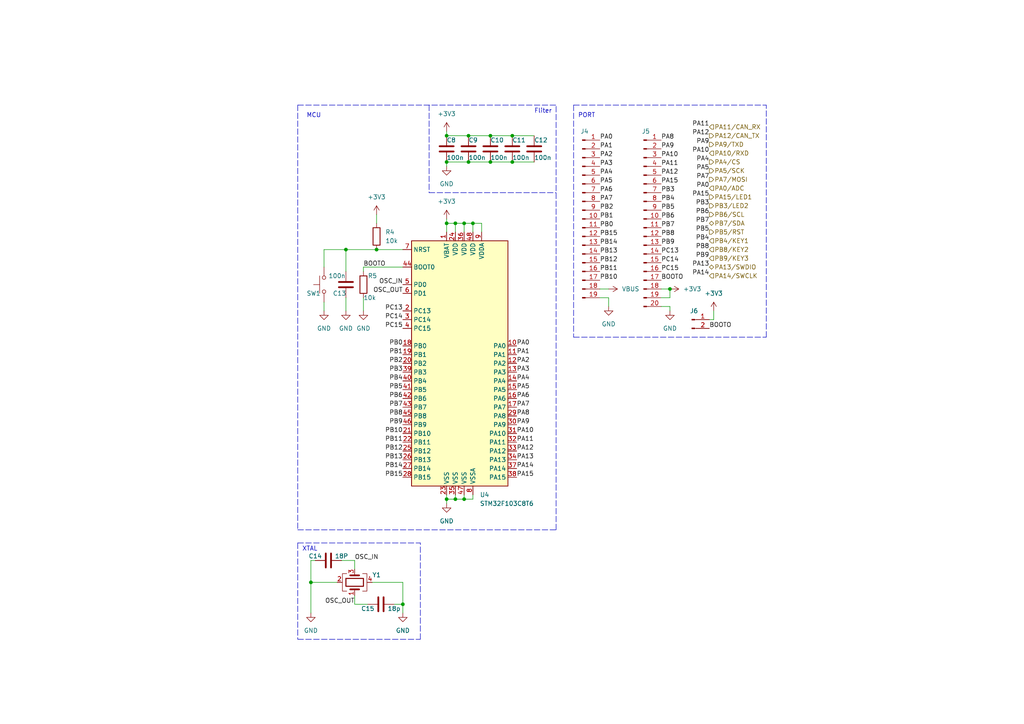
<source format=kicad_sch>
(kicad_sch (version 20211123) (generator eeschema)
  (paper "A4")
  (lib_symbols
    (symbol "Connector:Conn_01x02_Male" (pin_names (offset 1.016) hide)
      (property "Reference" "J" (at 0 2.54 0))
      (property "Value" "Conn_01x02_Male" (at 0 -5.08 0))
      (symbol "Conn_01x02_Male_1_1"
        (polyline (pts (xy 1.27 -2.54) (xy 0.8636 -2.54)) (stroke (width 0.1524)))
        (polyline (pts (xy 1.27 0) (xy 0.8636 0)) (stroke (width 0.1524)))
        (rectangle (start 0.8636 -2.413) (end 0 -2.667) (stroke (width 0.1524)) (fill (type outline)))
        (rectangle (start 0.8636 0.127) (end 0 -0.127) (stroke (width 0.1524)) (fill (type outline)))
        (pin passive line (at 5.08 0 180) (length 3.81) (name "Pin_1") (number "1"))
        (pin passive line (at 5.08 -2.54 180) (length 3.81) (name "Pin_2") (number "2"))
      )
    )
    (symbol "Connector:Conn_01x19_Male" (pin_names (offset 1.016) hide)
      (property "Reference" "J" (at 0 25.4 0))
      (property "Value" "Conn_01x19_Male" (at 0 -25.4 0))
      (symbol "Conn_01x19_Male_1_1"
        (polyline (pts (xy 1.27 -22.86) (xy 0.8636 -22.86)) (stroke (width 0.1524)))
        (polyline (pts (xy 1.27 -20.32) (xy 0.8636 -20.32)) (stroke (width 0.1524)))
        (polyline (pts (xy 1.27 -17.78) (xy 0.8636 -17.78)) (stroke (width 0.1524)))
        (polyline (pts (xy 1.27 -15.24) (xy 0.8636 -15.24)) (stroke (width 0.1524)))
        (polyline (pts (xy 1.27 -12.7) (xy 0.8636 -12.7)) (stroke (width 0.1524)))
        (polyline (pts (xy 1.27 -10.16) (xy 0.8636 -10.16)) (stroke (width 0.1524)))
        (polyline (pts (xy 1.27 -7.62) (xy 0.8636 -7.62)) (stroke (width 0.1524)))
        (polyline (pts (xy 1.27 -5.08) (xy 0.8636 -5.08)) (stroke (width 0.1524)))
        (polyline (pts (xy 1.27 -2.54) (xy 0.8636 -2.54)) (stroke (width 0.1524)))
        (polyline (pts (xy 1.27 0) (xy 0.8636 0)) (stroke (width 0.1524)))
        (polyline (pts (xy 1.27 2.54) (xy 0.8636 2.54)) (stroke (width 0.1524)))
        (polyline (pts (xy 1.27 5.08) (xy 0.8636 5.08)) (stroke (width 0.1524)))
        (polyline (pts (xy 1.27 7.62) (xy 0.8636 7.62)) (stroke (width 0.1524)))
        (polyline (pts (xy 1.27 10.16) (xy 0.8636 10.16)) (stroke (width 0.1524)))
        (polyline (pts (xy 1.27 12.7) (xy 0.8636 12.7)) (stroke (width 0.1524)))
        (polyline (pts (xy 1.27 15.24) (xy 0.8636 15.24)) (stroke (width 0.1524)))
        (polyline (pts (xy 1.27 17.78) (xy 0.8636 17.78)) (stroke (width 0.1524)))
        (polyline (pts (xy 1.27 20.32) (xy 0.8636 20.32)) (stroke (width 0.1524)))
        (polyline (pts (xy 1.27 22.86) (xy 0.8636 22.86)) (stroke (width 0.1524)))
        (rectangle (start 0.8636 -22.733) (end 0 -22.987) (stroke (width 0.1524)) (fill (type outline)))
        (rectangle (start 0.8636 -20.193) (end 0 -20.447) (stroke (width 0.1524)) (fill (type outline)))
        (rectangle (start 0.8636 -17.653) (end 0 -17.907) (stroke (width 0.1524)) (fill (type outline)))
        (rectangle (start 0.8636 -15.113) (end 0 -15.367) (stroke (width 0.1524)) (fill (type outline)))
        (rectangle (start 0.8636 -12.573) (end 0 -12.827) (stroke (width 0.1524)) (fill (type outline)))
        (rectangle (start 0.8636 -10.033) (end 0 -10.287) (stroke (width 0.1524)) (fill (type outline)))
        (rectangle (start 0.8636 -7.493) (end 0 -7.747) (stroke (width 0.1524)) (fill (type outline)))
        (rectangle (start 0.8636 -4.953) (end 0 -5.207) (stroke (width 0.1524)) (fill (type outline)))
        (rectangle (start 0.8636 -2.413) (end 0 -2.667) (stroke (width 0.1524)) (fill (type outline)))
        (rectangle (start 0.8636 0.127) (end 0 -0.127) (stroke (width 0.1524)) (fill (type outline)))
        (rectangle (start 0.8636 2.667) (end 0 2.413) (stroke (width 0.1524)) (fill (type outline)))
        (rectangle (start 0.8636 5.207) (end 0 4.953) (stroke (width 0.1524)) (fill (type outline)))
        (rectangle (start 0.8636 7.747) (end 0 7.493) (stroke (width 0.1524)) (fill (type outline)))
        (rectangle (start 0.8636 10.287) (end 0 10.033) (stroke (width 0.1524)) (fill (type outline)))
        (rectangle (start 0.8636 12.827) (end 0 12.573) (stroke (width 0.1524)) (fill (type outline)))
        (rectangle (start 0.8636 15.367) (end 0 15.113) (stroke (width 0.1524)) (fill (type outline)))
        (rectangle (start 0.8636 17.907) (end 0 17.653) (stroke (width 0.1524)) (fill (type outline)))
        (rectangle (start 0.8636 20.447) (end 0 20.193) (stroke (width 0.1524)) (fill (type outline)))
        (rectangle (start 0.8636 22.987) (end 0 22.733) (stroke (width 0.1524)) (fill (type outline)))
        (pin passive line (at 5.08 22.86 180) (length 3.81) (name "Pin_1") (number "1"))
        (pin passive line (at 5.08 0 180) (length 3.81) (name "Pin_10") (number "10"))
        (pin passive line (at 5.08 -2.54 180) (length 3.81) (name "Pin_11") (number "11"))
        (pin passive line (at 5.08 -5.08 180) (length 3.81) (name "Pin_12") (number "12"))
        (pin passive line (at 5.08 -7.62 180) (length 3.81) (name "Pin_13") (number "13"))
        (pin passive line (at 5.08 -10.16 180) (length 3.81) (name "Pin_14") (number "14"))
        (pin passive line (at 5.08 -12.7 180) (length 3.81) (name "Pin_15") (number "15"))
        (pin passive line (at 5.08 -15.24 180) (length 3.81) (name "Pin_16") (number "16"))
        (pin passive line (at 5.08 -17.78 180) (length 3.81) (name "Pin_17") (number "17"))
        (pin passive line (at 5.08 -20.32 180) (length 3.81) (name "Pin_18") (number "18"))
        (pin passive line (at 5.08 -22.86 180) (length 3.81) (name "Pin_19") (number "19"))
        (pin passive line (at 5.08 20.32 180) (length 3.81) (name "Pin_2") (number "2"))
        (pin passive line (at 5.08 17.78 180) (length 3.81) (name "Pin_3") (number "3"))
        (pin passive line (at 5.08 15.24 180) (length 3.81) (name "Pin_4") (number "4"))
        (pin passive line (at 5.08 12.7 180) (length 3.81) (name "Pin_5") (number "5"))
        (pin passive line (at 5.08 10.16 180) (length 3.81) (name "Pin_6") (number "6"))
        (pin passive line (at 5.08 7.62 180) (length 3.81) (name "Pin_7") (number "7"))
        (pin passive line (at 5.08 5.08 180) (length 3.81) (name "Pin_8") (number "8"))
        (pin passive line (at 5.08 2.54 180) (length 3.81) (name "Pin_9") (number "9"))
      )
    )
    (symbol "Connector:Conn_01x20_Male" (pin_names (offset 1.016) hide)
      (property "Reference" "J" (at 0 25.4 0))
      (property "Value" "Conn_01x20_Male" (at 0 -27.94 0))
      (symbol "Conn_01x20_Male_1_1"
        (polyline (pts (xy 1.27 -25.4) (xy 0.8636 -25.4)) (stroke (width 0.1524)))
        (polyline (pts (xy 1.27 -22.86) (xy 0.8636 -22.86)) (stroke (width 0.1524)))
        (polyline (pts (xy 1.27 -20.32) (xy 0.8636 -20.32)) (stroke (width 0.1524)))
        (polyline (pts (xy 1.27 -17.78) (xy 0.8636 -17.78)) (stroke (width 0.1524)))
        (polyline (pts (xy 1.27 -15.24) (xy 0.8636 -15.24)) (stroke (width 0.1524)))
        (polyline (pts (xy 1.27 -12.7) (xy 0.8636 -12.7)) (stroke (width 0.1524)))
        (polyline (pts (xy 1.27 -10.16) (xy 0.8636 -10.16)) (stroke (width 0.1524)))
        (polyline (pts (xy 1.27 -7.62) (xy 0.8636 -7.62)) (stroke (width 0.1524)))
        (polyline (pts (xy 1.27 -5.08) (xy 0.8636 -5.08)) (stroke (width 0.1524)))
        (polyline (pts (xy 1.27 -2.54) (xy 0.8636 -2.54)) (stroke (width 0.1524)))
        (polyline (pts (xy 1.27 0) (xy 0.8636 0)) (stroke (width 0.1524)))
        (polyline (pts (xy 1.27 2.54) (xy 0.8636 2.54)) (stroke (width 0.1524)))
        (polyline (pts (xy 1.27 5.08) (xy 0.8636 5.08)) (stroke (width 0.1524)))
        (polyline (pts (xy 1.27 7.62) (xy 0.8636 7.62)) (stroke (width 0.1524)))
        (polyline (pts (xy 1.27 10.16) (xy 0.8636 10.16)) (stroke (width 0.1524)))
        (polyline (pts (xy 1.27 12.7) (xy 0.8636 12.7)) (stroke (width 0.1524)))
        (polyline (pts (xy 1.27 15.24) (xy 0.8636 15.24)) (stroke (width 0.1524)))
        (polyline (pts (xy 1.27 17.78) (xy 0.8636 17.78)) (stroke (width 0.1524)))
        (polyline (pts (xy 1.27 20.32) (xy 0.8636 20.32)) (stroke (width 0.1524)))
        (polyline (pts (xy 1.27 22.86) (xy 0.8636 22.86)) (stroke (width 0.1524)))
        (rectangle (start 0.8636 -25.273) (end 0 -25.527) (stroke (width 0.1524)) (fill (type outline)))
        (rectangle (start 0.8636 -22.733) (end 0 -22.987) (stroke (width 0.1524)) (fill (type outline)))
        (rectangle (start 0.8636 -20.193) (end 0 -20.447) (stroke (width 0.1524)) (fill (type outline)))
        (rectangle (start 0.8636 -17.653) (end 0 -17.907) (stroke (width 0.1524)) (fill (type outline)))
        (rectangle (start 0.8636 -15.113) (end 0 -15.367) (stroke (width 0.1524)) (fill (type outline)))
        (rectangle (start 0.8636 -12.573) (end 0 -12.827) (stroke (width 0.1524)) (fill (type outline)))
        (rectangle (start 0.8636 -10.033) (end 0 -10.287) (stroke (width 0.1524)) (fill (type outline)))
        (rectangle (start 0.8636 -7.493) (end 0 -7.747) (stroke (width 0.1524)) (fill (type outline)))
        (rectangle (start 0.8636 -4.953) (end 0 -5.207) (stroke (width 0.1524)) (fill (type outline)))
        (rectangle (start 0.8636 -2.413) (end 0 -2.667) (stroke (width 0.1524)) (fill (type outline)))
        (rectangle (start 0.8636 0.127) (end 0 -0.127) (stroke (width 0.1524)) (fill (type outline)))
        (rectangle (start 0.8636 2.667) (end 0 2.413) (stroke (width 0.1524)) (fill (type outline)))
        (rectangle (start 0.8636 5.207) (end 0 4.953) (stroke (width 0.1524)) (fill (type outline)))
        (rectangle (start 0.8636 7.747) (end 0 7.493) (stroke (width 0.1524)) (fill (type outline)))
        (rectangle (start 0.8636 10.287) (end 0 10.033) (stroke (width 0.1524)) (fill (type outline)))
        (rectangle (start 0.8636 12.827) (end 0 12.573) (stroke (width 0.1524)) (fill (type outline)))
        (rectangle (start 0.8636 15.367) (end 0 15.113) (stroke (width 0.1524)) (fill (type outline)))
        (rectangle (start 0.8636 17.907) (end 0 17.653) (stroke (width 0.1524)) (fill (type outline)))
        (rectangle (start 0.8636 20.447) (end 0 20.193) (stroke (width 0.1524)) (fill (type outline)))
        (rectangle (start 0.8636 22.987) (end 0 22.733) (stroke (width 0.1524)) (fill (type outline)))
        (pin passive line (at 5.08 22.86 180) (length 3.81) (name "Pin_1") (number "1"))
        (pin passive line (at 5.08 0 180) (length 3.81) (name "Pin_10") (number "10"))
        (pin passive line (at 5.08 -2.54 180) (length 3.81) (name "Pin_11") (number "11"))
        (pin passive line (at 5.08 -5.08 180) (length 3.81) (name "Pin_12") (number "12"))
        (pin passive line (at 5.08 -7.62 180) (length 3.81) (name "Pin_13") (number "13"))
        (pin passive line (at 5.08 -10.16 180) (length 3.81) (name "Pin_14") (number "14"))
        (pin passive line (at 5.08 -12.7 180) (length 3.81) (name "Pin_15") (number "15"))
        (pin passive line (at 5.08 -15.24 180) (length 3.81) (name "Pin_16") (number "16"))
        (pin passive line (at 5.08 -17.78 180) (length 3.81) (name "Pin_17") (number "17"))
        (pin passive line (at 5.08 -20.32 180) (length 3.81) (name "Pin_18") (number "18"))
        (pin passive line (at 5.08 -22.86 180) (length 3.81) (name "Pin_19") (number "19"))
        (pin passive line (at 5.08 20.32 180) (length 3.81) (name "Pin_2") (number "2"))
        (pin passive line (at 5.08 -25.4 180) (length 3.81) (name "Pin_20") (number "20"))
        (pin passive line (at 5.08 17.78 180) (length 3.81) (name "Pin_3") (number "3"))
        (pin passive line (at 5.08 15.24 180) (length 3.81) (name "Pin_4") (number "4"))
        (pin passive line (at 5.08 12.7 180) (length 3.81) (name "Pin_5") (number "5"))
        (pin passive line (at 5.08 10.16 180) (length 3.81) (name "Pin_6") (number "6"))
        (pin passive line (at 5.08 7.62 180) (length 3.81) (name "Pin_7") (number "7"))
        (pin passive line (at 5.08 5.08 180) (length 3.81) (name "Pin_8") (number "8"))
        (pin passive line (at 5.08 2.54 180) (length 3.81) (name "Pin_9") (number "9"))
      )
    )
    (symbol "Device:C" (pin_numbers hide) (pin_names (offset 0.254))
      (property "Reference" "C" (at 0.635 2.54 0))
      (property "Value" "C" (at 0.635 -2.54 0))
      (symbol "C_0_1"
        (polyline (pts (xy -2.032 -0.762) (xy 2.032 -0.762)) (stroke (width 0.508)))
        (polyline (pts (xy -2.032 0.762) (xy 2.032 0.762)) (stroke (width 0.508)))
      )
      (symbol "C_1_1"
        (pin passive line (at 0 3.81 270) (length 2.794) (name "~") (number "1"))
        (pin passive line (at 0 -3.81 90) (length 2.794) (name "~") (number "2"))
      )
    )
    (symbol "Device:Crystal_GND24" (pin_names (offset 1.016) hide)
      (property "Reference" "Y" (at 3.175 5.08 0))
      (property "Value" "Crystal_GND24" (at 3.175 3.175 0))
      (symbol "Crystal_GND24_0_1"
        (rectangle (start -1.143 2.54) (end 1.143 -2.54) (stroke (width 0.3048)))
        (polyline (pts (xy -2.54 0) (xy -2.032 0)))
        (polyline (pts (xy -2.032 -1.27) (xy -2.032 1.27)) (stroke (width 0.508)))
        (polyline (pts (xy 0 -3.81) (xy 0 -3.556)))
        (polyline (pts (xy 0 3.556) (xy 0 3.81)))
        (polyline (pts (xy 2.032 -1.27) (xy 2.032 1.27)) (stroke (width 0.508)))
        (polyline (pts (xy 2.032 0) (xy 2.54 0)))
        (polyline (pts (xy -2.54 -2.286) (xy -2.54 -3.556) (xy 2.54 -3.556) (xy 2.54 -2.286)))
        (polyline (pts (xy -2.54 2.286) (xy -2.54 3.556) (xy 2.54 3.556) (xy 2.54 2.286)))
      )
      (symbol "Crystal_GND24_1_1"
        (pin passive line (at -3.81 0 0) (length 1.27) (name "1") (number "1"))
        (pin passive line (at 0 5.08 270) (length 1.27) (name "2") (number "2"))
        (pin passive line (at 3.81 0 180) (length 1.27) (name "3") (number "3"))
        (pin passive line (at 0 -5.08 90) (length 1.27) (name "4") (number "4"))
      )
    )
    (symbol "Device:R" (pin_numbers hide) (pin_names (offset 0))
      (property "Reference" "R" (at 2.032 0 90))
      (property "Value" "R" (at 0 0 90))
      (symbol "R_0_1"
        (rectangle (start -1.016 -2.54) (end 1.016 2.54) (stroke (width 0.254)))
      )
      (symbol "R_1_1"
        (pin passive line (at 0 3.81 270) (length 1.27) (name "~") (number "1"))
        (pin passive line (at 0 -3.81 90) (length 1.27) (name "~") (number "2"))
      )
    )
    (symbol "MCU_ST_STM32F1:STM32F103C8Tx"
      (property "Reference" "U" (at -15.24 36.83 0))
      (property "Value" "STM32F103C8Tx" (at 7.62 36.83 0))
      (symbol "STM32F103C8Tx_0_1"
        (rectangle (start -15.24 -35.56) (end 12.7 35.56) (stroke (width 0.254)) (fill (type background)))
      )
      (symbol "STM32F103C8Tx_1_1"
        (pin power_in line (at -5.08 38.1 270) (length 2.54) (name "VBAT") (number "1"))
        (pin bidirectional line (at 15.24 5.08 180) (length 2.54) (name "PA0") (number "10"))
        (pin bidirectional line (at 15.24 2.54 180) (length 2.54) (name "PA1") (number "11"))
        (pin bidirectional line (at 15.24 0 180) (length 2.54) (name "PA2") (number "12"))
        (pin bidirectional line (at 15.24 -2.54 180) (length 2.54) (name "PA3") (number "13"))
        (pin bidirectional line (at 15.24 -5.08 180) (length 2.54) (name "PA4") (number "14"))
        (pin bidirectional line (at 15.24 -7.62 180) (length 2.54) (name "PA5") (number "15"))
        (pin bidirectional line (at 15.24 -10.16 180) (length 2.54) (name "PA6") (number "16"))
        (pin bidirectional line (at 15.24 -12.7 180) (length 2.54) (name "PA7") (number "17"))
        (pin bidirectional line (at -17.78 5.08 0) (length 2.54) (name "PB0") (number "18"))
        (pin bidirectional line (at -17.78 2.54 0) (length 2.54) (name "PB1") (number "19"))
        (pin bidirectional line (at -17.78 15.24 0) (length 2.54) (name "PC13") (number "2"))
        (pin bidirectional line (at -17.78 0 0) (length 2.54) (name "PB2") (number "20"))
        (pin bidirectional line (at -17.78 -20.32 0) (length 2.54) (name "PB10") (number "21"))
        (pin bidirectional line (at -17.78 -22.86 0) (length 2.54) (name "PB11") (number "22"))
        (pin power_in line (at -5.08 -38.1 90) (length 2.54) (name "VSS") (number "23"))
        (pin power_in line (at -2.54 38.1 270) (length 2.54) (name "VDD") (number "24"))
        (pin bidirectional line (at -17.78 -25.4 0) (length 2.54) (name "PB12") (number "25"))
        (pin bidirectional line (at -17.78 -27.94 0) (length 2.54) (name "PB13") (number "26"))
        (pin bidirectional line (at -17.78 -30.48 0) (length 2.54) (name "PB14") (number "27"))
        (pin bidirectional line (at -17.78 -33.02 0) (length 2.54) (name "PB15") (number "28"))
        (pin bidirectional line (at 15.24 -15.24 180) (length 2.54) (name "PA8") (number "29"))
        (pin bidirectional line (at -17.78 12.7 0) (length 2.54) (name "PC14") (number "3"))
        (pin bidirectional line (at 15.24 -17.78 180) (length 2.54) (name "PA9") (number "30"))
        (pin bidirectional line (at 15.24 -20.32 180) (length 2.54) (name "PA10") (number "31"))
        (pin bidirectional line (at 15.24 -22.86 180) (length 2.54) (name "PA11") (number "32"))
        (pin bidirectional line (at 15.24 -25.4 180) (length 2.54) (name "PA12") (number "33"))
        (pin bidirectional line (at 15.24 -27.94 180) (length 2.54) (name "PA13") (number "34"))
        (pin power_in line (at -2.54 -38.1 90) (length 2.54) (name "VSS") (number "35"))
        (pin power_in line (at 0 38.1 270) (length 2.54) (name "VDD") (number "36"))
        (pin bidirectional line (at 15.24 -30.48 180) (length 2.54) (name "PA14") (number "37"))
        (pin bidirectional line (at 15.24 -33.02 180) (length 2.54) (name "PA15") (number "38"))
        (pin bidirectional line (at -17.78 -2.54 0) (length 2.54) (name "PB3") (number "39"))
        (pin bidirectional line (at -17.78 10.16 0) (length 2.54) (name "PC15") (number "4"))
        (pin bidirectional line (at -17.78 -5.08 0) (length 2.54) (name "PB4") (number "40"))
        (pin bidirectional line (at -17.78 -7.62 0) (length 2.54) (name "PB5") (number "41"))
        (pin bidirectional line (at -17.78 -10.16 0) (length 2.54) (name "PB6") (number "42"))
        (pin bidirectional line (at -17.78 -12.7 0) (length 2.54) (name "PB7") (number "43"))
        (pin input line (at -17.78 27.94 0) (length 2.54) (name "BOOT0") (number "44"))
        (pin bidirectional line (at -17.78 -15.24 0) (length 2.54) (name "PB8") (number "45"))
        (pin bidirectional line (at -17.78 -17.78 0) (length 2.54) (name "PB9") (number "46"))
        (pin power_in line (at 0 -38.1 90) (length 2.54) (name "VSS") (number "47"))
        (pin power_in line (at 2.54 38.1 270) (length 2.54) (name "VDD") (number "48"))
        (pin input line (at -17.78 22.86 0) (length 2.54) (name "PD0") (number "5"))
        (pin input line (at -17.78 20.32 0) (length 2.54) (name "PD1") (number "6"))
        (pin input line (at -17.78 33.02 0) (length 2.54) (name "NRST") (number "7"))
        (pin power_in line (at 2.54 -38.1 90) (length 2.54) (name "VSSA") (number "8"))
        (pin power_in line (at 5.08 38.1 270) (length 2.54) (name "VDDA") (number "9"))
      )
    )
    (symbol "Switch:SW_Push" (pin_numbers hide) (pin_names (offset 1.016) hide)
      (property "Reference" "SW" (at 1.27 2.54 0))
      (property "Value" "SW_Push" (at 0 -1.524 0))
      (symbol "SW_Push_0_1"
        (circle (center -2.032 0) (radius 0.508))
        (polyline (pts (xy 0 1.27) (xy 0 3.048)))
        (polyline (pts (xy 2.54 1.27) (xy -2.54 1.27)))
        (circle (center 2.032 0) (radius 0.508))
        (pin passive line (at -5.08 0 0) (length 2.54) (name "1") (number "1"))
        (pin passive line (at 5.08 0 180) (length 2.54) (name "2") (number "2"))
      )
    )
    (symbol "power:+3V3" (power) (pin_names (offset 0))
      (property "Value" "+3V3" (at 0 3.556 0))
      (symbol "+3V3_0_1"
        (polyline (pts (xy -0.762 1.27) (xy 0 2.54)))
        (polyline (pts (xy 0 0) (xy 0 2.54)))
        (polyline (pts (xy 0 2.54) (xy 0.762 1.27)))
      )
      (symbol "+3V3_1_1"
        (pin power_in line (at 0 0 90) (length 0) hide (name "+3V3") (number "1"))
      )
    )
    (symbol "power:GND" (power) (pin_names (offset 0))
      (property "Value" "GND" (at 0 -3.81 0))
      (symbol "GND_0_1"
        (polyline (pts (xy 0 0) (xy 0 -1.27) (xy 1.27 -1.27) (xy 0 -2.54) (xy -1.27 -1.27) (xy 0 -1.27)))
      )
      (symbol "GND_1_1"
        (pin power_in line (at 0 0 270) (length 0) hide (name "GND") (number "1"))
      )
    )
    (symbol "power:VBUS" (power) (pin_names (offset 0))
      (property "Value" "VBUS" (at 0 3.81 0))
      (symbol "VBUS_0_1"
        (polyline (pts (xy -0.762 1.27) (xy 0 2.54)))
        (polyline (pts (xy 0 0) (xy 0 2.54)))
        (polyline (pts (xy 0 2.54) (xy 0.762 1.27)))
      )
      (symbol "VBUS_1_1"
        (pin power_in line (at 0 0 90) (length 0) hide (name "VBUS") (number "1"))
      )
    )
  )
  (junction (at 135.89 46.99))
  (junction (at 100.33 72.39))
  (junction (at 134.62 64.77))
  (junction (at 137.16 64.77))
  (junction (at 142.24 46.99))
  (junction (at 109.22 72.39))
  (junction (at 129.54 64.77))
  (junction (at 132.08 144.78))
  (junction (at 134.62 144.78))
  (junction (at 135.89 39.37))
  (junction (at 194.31 83.82))
  (junction (at 116.84 175.26))
  (junction (at 129.54 39.37))
  (junction (at 132.08 64.77))
  (junction (at 148.59 46.99))
  (junction (at 90.17 168.91))
  (junction (at 148.59 39.37))
  (junction (at 142.24 39.37))
  (junction (at 129.54 46.99))
  (junction (at 129.54 144.78))
  (wire (pts (xy 99.06 162.56) (xy 102.87 162.56)))
  (wire (pts (xy 191.77 88.9) (xy 194.31 88.9)))
  (wire (pts (xy 129.54 38.1) (xy 129.54 39.37)))
  (polyline (pts (xy 124.46 30.48) (xy 124.46 55.88)))
  (wire (pts (xy 135.89 46.99) (xy 142.24 46.99)))
  (wire (pts (xy 142.24 46.99) (xy 148.59 46.99)))
  (polyline (pts (xy 166.37 30.48) (xy 166.37 97.79)))
  (wire (pts (xy 148.59 46.99) (xy 154.94 46.99)))
  (wire (pts (xy 134.62 144.78) (xy 132.08 144.78)))
  (wire (pts (xy 148.59 39.37) (xy 154.94 39.37)))
  (wire (pts (xy 129.54 39.37) (xy 135.89 39.37)))
  (wire (pts (xy 135.89 39.37) (xy 142.24 39.37)))
  (wire (pts (xy 132.08 144.78) (xy 129.54 144.78)))
  (wire (pts (xy 102.87 162.56) (xy 102.87 165.1)))
  (wire (pts (xy 134.62 143.51) (xy 134.62 144.78)))
  (wire (pts (xy 129.54 64.77) (xy 132.08 64.77)))
  (polyline (pts (xy 166.37 97.79) (xy 222.25 97.79)))
  (wire (pts (xy 116.84 72.39) (xy 109.22 72.39)))
  (wire (pts (xy 116.84 168.91) (xy 116.84 175.26)))
  (wire (pts (xy 129.54 48.26) (xy 129.54 46.99)))
  (wire (pts (xy 93.98 87.63) (xy 93.98 90.17)))
  (polyline (pts (xy 86.36 185.42) (xy 121.92 185.42)))
  (wire (pts (xy 191.77 83.82) (xy 194.31 83.82)))
  (wire (pts (xy 132.08 64.77) (xy 134.62 64.77)))
  (wire (pts (xy 90.17 168.91) (xy 90.17 177.8)))
  (wire (pts (xy 93.98 77.47) (xy 93.98 72.39)))
  (wire (pts (xy 137.16 64.77) (xy 139.7 64.77)))
  (wire (pts (xy 137.16 64.77) (xy 137.16 67.31)))
  (polyline (pts (xy 166.37 30.48) (xy 222.25 30.48)))
  (wire (pts (xy 139.7 67.31) (xy 139.7 64.77)))
  (wire (pts (xy 100.33 86.36) (xy 100.33 90.17)))
  (wire (pts (xy 129.54 144.78) (xy 129.54 146.05)))
  (wire (pts (xy 194.31 86.36) (xy 194.31 83.82)))
  (wire (pts (xy 91.44 162.56) (xy 90.17 162.56)))
  (wire (pts (xy 109.22 62.23) (xy 109.22 64.77)))
  (wire (pts (xy 137.16 144.78) (xy 134.62 144.78)))
  (wire (pts (xy 205.74 92.71) (xy 207.01 92.71)))
  (wire (pts (xy 90.17 162.56) (xy 90.17 168.91)))
  (wire (pts (xy 134.62 64.77) (xy 134.62 67.31)))
  (wire (pts (xy 129.54 64.77) (xy 129.54 67.31)))
  (wire (pts (xy 129.54 63.5) (xy 129.54 64.77)))
  (wire (pts (xy 132.08 143.51) (xy 132.08 144.78)))
  (wire (pts (xy 107.95 168.91) (xy 116.84 168.91)))
  (polyline (pts (xy 124.46 55.88) (xy 161.29 55.88)))
  (wire (pts (xy 93.98 72.39) (xy 100.33 72.39)))
  (polyline (pts (xy 121.92 185.42) (xy 121.92 157.48)))
  (wire (pts (xy 194.31 88.9) (xy 194.31 90.17)))
  (polyline (pts (xy 86.36 157.48) (xy 121.92 157.48)))
  (wire (pts (xy 191.77 86.36) (xy 194.31 86.36)))
  (wire (pts (xy 105.41 77.47) (xy 116.84 77.47)))
  (wire (pts (xy 116.84 175.26) (xy 116.84 177.8)))
  (wire (pts (xy 173.99 86.36) (xy 176.53 86.36)))
  (wire (pts (xy 105.41 86.36) (xy 105.41 90.17)))
  (wire (pts (xy 137.16 143.51) (xy 137.16 144.78)))
  (wire (pts (xy 102.87 172.72) (xy 102.87 175.26)))
  (wire (pts (xy 132.08 64.77) (xy 132.08 67.31)))
  (polyline (pts (xy 222.25 97.79) (xy 222.25 30.48)))
  (wire (pts (xy 134.62 64.77) (xy 137.16 64.77)))
  (wire (pts (xy 105.41 78.74) (xy 105.41 77.47)))
  (wire (pts (xy 176.53 86.36) (xy 176.53 88.9)))
  (polyline (pts (xy 86.36 30.48) (xy 161.29 30.48)))
  (polyline (pts (xy 86.36 157.48) (xy 86.36 185.42)))
  (wire (pts (xy 129.54 46.99) (xy 135.89 46.99)))
  (wire (pts (xy 173.99 83.82) (xy 176.53 83.82)))
  (wire (pts (xy 90.17 168.91) (xy 97.79 168.91)))
  (polyline (pts (xy 86.36 30.48) (xy 86.36 153.67)))
  (polyline (pts (xy 86.36 153.67) (xy 161.29 153.67)))
  (polyline (pts (xy 161.29 153.67) (xy 161.29 30.48)))
  (wire (pts (xy 114.3 175.26) (xy 116.84 175.26)))
  (wire (pts (xy 142.24 39.37) (xy 148.59 39.37)))
  (wire (pts (xy 100.33 72.39) (xy 100.33 78.74)))
  (wire (pts (xy 109.22 72.39) (xy 100.33 72.39)))
  (wire (pts (xy 102.87 175.26) (xy 106.68 175.26)))
  (wire (pts (xy 207.01 92.71) (xy 207.01 90.17)))
  (wire (pts (xy 129.54 143.51) (xy 129.54 144.78)))
  (text "PORT" (at 167.64 34.29 0) (effects (font (size 1.27 1.27)) (justify left bottom)))
  (text "XTAL" (at 87.63 160.02 0) (effects (font (size 1.27 1.27)) (justify left bottom)))
  (text "Fliter\n" (at 154.94 33.02 0) (effects (font (size 1.27 1.27)) (justify left bottom)))
  (text "MCU" (at 88.9 34.29 0) (effects (font (size 1.27 1.27)) (justify left bottom)))
  (label "PB7" (at 191.77 66.04 0))
  (label "PB4" (at 205.74 69.85 180))
  (label "PA12" (at 149.86 130.81 0))
  (label "PA2" (at 149.86 105.41 0))
  (label "PC13" (at 191.77 73.66 0))
  (label "PA1" (at 149.86 102.87 0))
  (label "PA5" (at 173.99 53.34 0))
  (label "OSC_IN" (at 116.84 82.55 180))
  (label "PA2" (at 173.99 45.72 0))
  (label "PB1" (at 173.99 63.5 0))
  (label "PB15" (at 173.99 68.58 0))
  (label "PA9" (at 149.86 123.19 0))
  (label "PA0" (at 205.74 54.61 180))
  (label "PB13" (at 173.99 73.66 0))
  (label "PC14" (at 116.84 92.71 180))
  (label "PB14" (at 116.84 135.89 180))
  (label "PB0" (at 116.84 100.33 180))
  (label "PB0" (at 173.99 66.04 0))
  (label "OSC_OUT" (at 116.84 85.09 180))
  (label "BOOTO" (at 205.74 95.25 0))
  (label "PB10" (at 173.99 81.28 0))
  (label "PB1" (at 116.84 102.87 180))
  (label "PA3" (at 149.86 107.95 0))
  (label "PB8" (at 191.77 68.58 0))
  (label "PA4" (at 205.74 46.99 180))
  (label "PA5" (at 205.74 49.53 180))
  (label "PB15" (at 116.84 138.43 180))
  (label "PB11" (at 173.99 78.74 0))
  (label "PA3" (at 173.99 48.26 0))
  (label "PB7" (at 116.84 118.11 180))
  (label "PB4" (at 116.84 110.49 180))
  (label "BOOTO" (at 191.77 81.28 0))
  (label "PA14" (at 149.86 135.89 0))
  (label "PA7" (at 173.99 58.42 0))
  (label "PA10" (at 191.77 45.72 0))
  (label "PB3" (at 116.84 107.95 180))
  (label "PB8" (at 205.74 72.39 180))
  (label "PC15" (at 116.84 95.25 180))
  (label "PA7" (at 149.86 118.11 0))
  (label "PA11" (at 205.74 36.83 180))
  (label "PC13" (at 116.84 90.17 180))
  (label "PA13" (at 149.86 133.35 0))
  (label "PB13" (at 116.84 133.35 180))
  (label "PA10" (at 149.86 125.73 0))
  (label "PA5" (at 149.86 113.03 0))
  (label "PB2" (at 116.84 105.41 180))
  (label "PB6" (at 191.77 63.5 0))
  (label "PB9" (at 191.77 71.12 0))
  (label "OSC_IN" (at 102.87 162.56 0))
  (label "PA7" (at 205.74 52.07 180))
  (label "PA11" (at 191.77 48.26 0))
  (label "PA11" (at 149.86 128.27 0))
  (label "PA4" (at 149.86 110.49 0))
  (label "PB2" (at 173.99 60.96 0))
  (label "PA14" (at 205.74 80.01 180))
  (label "PB5" (at 205.74 67.31 180))
  (label "PB12" (at 116.84 130.81 180))
  (label "PA13" (at 205.74 77.47 180))
  (label "PB10" (at 116.84 125.73 180))
  (label "PA4" (at 173.99 50.8 0))
  (label "PA0" (at 173.99 40.64 0))
  (label "PA15" (at 205.74 57.15 180))
  (label "PA10" (at 205.74 44.45 180))
  (label "PA6" (at 149.86 115.57 0))
  (label "PC15" (at 191.77 78.74 0))
  (label "PA1" (at 173.99 43.18 0))
  (label "PB5" (at 116.84 113.03 180))
  (label "PA9" (at 205.74 41.91 180))
  (label "PA12" (at 205.74 39.37 180))
  (label "OSC_OUT" (at 102.87 175.26 180))
  (label "PB6" (at 116.84 115.57 180))
  (label "PB14" (at 173.99 71.12 0))
  (label "PB9" (at 205.74 74.93 180))
  (label "PA0" (at 149.86 100.33 0))
  (label "PB4" (at 191.77 58.42 0))
  (label "PB11" (at 116.84 128.27 180))
  (label "PA12" (at 191.77 50.8 0))
  (label "PC14" (at 191.77 76.2 0))
  (label "PA8" (at 191.77 40.64 0))
  (label "PB5" (at 191.77 60.96 0))
  (label "PB9" (at 116.84 123.19 180))
  (label "PA9" (at 191.77 43.18 0))
  (label "PA8" (at 149.86 120.65 0))
  (label "PA15" (at 149.86 138.43 0))
  (label "PB7" (at 205.74 64.77 180))
  (label "PA6" (at 173.99 55.88 0))
  (label "PB12" (at 173.99 76.2 0))
  (label "BOOTO" (at 105.41 77.47 0))
  (label "PB3" (at 205.74 59.69 180))
  (label "PB6" (at 205.74 62.23 180))
  (label "PA15" (at 191.77 53.34 0))
  (label "PB3" (at 191.77 55.88 0))
  (label "PB8" (at 116.84 120.65 180))
  (hierarchical_label "PA10{slash}RXD" (shape input) (at 205.74 44.45 0))
  (hierarchical_label "PA13{slash}SWDIO" (shape bidirectional) (at 205.74 77.47 0))
  (hierarchical_label "PA9{slash}TXD" (shape output) (at 205.74 41.91 0))
  (hierarchical_label "PA5{slash}SCK" (shape output) (at 205.74 49.53 0))
  (hierarchical_label "PA7{slash}MOSI" (shape output) (at 205.74 52.07 0))
  (hierarchical_label "PB8{slash}KEY2" (shape input) (at 205.74 72.39 0))
  (hierarchical_label "PB9{slash}KEY3" (shape input) (at 205.74 74.93 0))
  (hierarchical_label "PA4{slash}CS" (shape output) (at 205.74 46.99 0))
  (hierarchical_label "PB7{slash}SDA" (shape bidirectional) (at 205.74 64.77 0))
  (hierarchical_label "PB6{slash}SCL" (shape output) (at 205.74 62.23 0))
  (hierarchical_label "PA0{slash}ADC" (shape input) (at 205.74 54.61 0))
  (hierarchical_label "PA15{slash}LED1" (shape output) (at 205.74 57.15 0))
  (hierarchical_label "PA14{slash}SWCLK" (shape input) (at 205.74 80.01 0))
  (hierarchical_label "PA11{slash}CAN_RX" (shape input) (at 205.74 36.83 0))
  (hierarchical_label "PA12{slash}CAN_TX" (shape output) (at 205.74 39.37 0))
  (hierarchical_label "PB4{slash}KEY1" (shape input) (at 205.74 69.85 0))
  (hierarchical_label "PB5{slash}RST" (shape output) (at 205.74 67.31 0))
  (hierarchical_label "PB3{slash}LED2" (shape output) (at 205.74 59.69 0))
  (symbol (lib_id "Device:Crystal_GND24") (at 102.87 168.91 90) (unit 1)
    (property "Reference" "Y1" (at 109.22 166.751 90))
    (property "Value" "Crystal_GND24" (effects hide))
    (property "Footprint" "Crystal_SMD_3225-4Pin_3.2x2.5mm" (effects hide))
  )
  (symbol (lib_id "power:+3V3") (at 194.31 83.82 270) (unit 1)
    (property "Reference" "#PWR0147" (effects hide))
    (property "Value" "+3V3" (at 198.12 83.8199 90) (effects (justify left)))
  )
  (symbol (lib_id "Device:C") (at 154.94 43.18 0) (unit 1)
    (property "Reference" "C12" (at 154.94 40.64 0) (effects (justify left)))
    (property "Value" "100n" (at 154.94 45.72 0) (effects (justify left)))
    (property "Footprint" "C_0603_1608Metric" (effects hide))
  )
  (symbol (lib_id "Device:C") (at 100.33 82.55 0) (unit 1)
    (property "Reference" "C13" (at 96.52 85.09 0) (effects (justify left)))
    (property "Value" "100n" (at 95.25 80.01 0) (effects (justify left)))
    (property "Footprint" "C_0603_1608Metric" (effects hide))
  )
  (symbol (lib_id "power:GND") (at 129.54 146.05 0) (unit 1)
    (property "Reference" "#PWR0160" (effects hide))
    (property "Value" "GND" (at 129.54 151.13 0))
  )
  (symbol (lib_id "Device:R") (at 105.41 82.55 0) (unit 1)
    (property "Reference" "R5" (at 106.68 80.01 0) (effects (justify left)))
    (property "Value" "10k" (at 105.41 86.36 0) (effects (justify left)))
    (property "Footprint" "R_0603_1608Metric" (effects hide))
  )
  (symbol (lib_id "Device:C") (at 148.59 43.18 0) (unit 1)
    (property "Reference" "C11" (at 148.59 40.64 0) (effects (justify left)))
    (property "Value" "100n" (at 148.59 45.72 0) (effects (justify left)))
    (property "Footprint" "C_0603_1608Metric" (effects hide))
  )
  (symbol (lib_id "power:GND") (at 176.53 88.9 0) (unit 1)
    (property "Reference" "#PWR0151" (effects hide))
    (property "Value" "GND" (at 176.53 93.98 0))
  )
  (symbol (lib_id "Device:C") (at 95.25 162.56 90) (unit 1)
    (property "Reference" "C14" (at 91.44 161.29 90))
    (property "Value" "18P" (at 99.06 161.29 90))
    (property "Footprint" "C_0603_1608Metric" (effects hide))
  )
  (symbol (lib_id "Switch:SW_Push") (at 93.98 82.55 90) (unit 1)
    (property "Reference" "SW1" (at 88.9 85.09 90) (effects (justify right)))
    (property "Value" "SW_Push" (effects hide))
    (property "Footprint" "SW_Push_1P1T_NO_6x6mm_H9.5mm" (effects hide))
  )
  (symbol (lib_id "Device:C") (at 129.54 43.18 0) (unit 1)
    (property "Reference" "C8" (at 129.54 40.64 0) (effects (justify left)))
    (property "Value" "100n" (at 129.54 45.72 0) (effects (justify left)))
    (property "Footprint" "C_0603_1608Metric" (effects hide))
  )
  (symbol (lib_id "Device:C") (at 135.89 43.18 0) (unit 1)
    (property "Reference" "C9" (at 135.89 40.64 0) (effects (justify left)))
    (property "Value" "100n" (at 135.89 45.72 0) (effects (justify left)))
    (property "Footprint" "C_0603_1608Metric" (effects hide))
  )
  (symbol (lib_id "power:+3V3") (at 129.54 63.5 0) (unit 1)
    (property "Reference" "#PWR0152" (effects hide))
    (property "Value" "+3V3" (at 129.54 58.42 0))
  )
  (symbol (lib_id "power:VBUS") (at 176.53 83.82 270) (unit 1)
    (property "Reference" "#PWR0150" (effects hide))
    (property "Value" "VBUS" (at 180.34 83.8199 90) (effects (justify left)))
  )
  (symbol (lib_id "Device:R") (at 109.22 68.58 0) (unit 1)
    (property "Reference" "R4" (at 111.76 67.3099 0) (effects (justify left)))
    (property "Value" "10k" (at 111.76 69.8499 0) (effects (justify left)))
    (property "Footprint" "R_0603_1608Metric" (effects hide))
  )
  (symbol (lib_id "power:GND") (at 105.41 90.17 0) (unit 1)
    (property "Reference" "#PWR0157" (effects hide))
    (property "Value" "GND" (at 105.41 95.25 0))
  )
  (symbol (lib_id "Connector:Conn_01x02_Male") (at 200.66 92.71 0) (unit 1)
    (property "Reference" "J6" (at 201.295 90.17 0))
    (property "Value" "Conn_01x02_Male" (effects hide))
    (property "Footprint" "PinHeader_1x02_P2.54mm_Vertical" (effects hide))
  )
  (symbol (lib_id "Device:C") (at 110.49 175.26 90) (unit 1)
    (property "Reference" "C15" (at 106.68 176.53 90))
    (property "Value" "18p" (at 114.3 176.53 90))
    (property "Footprint" "C_0603_1608Metric" (effects hide))
  )
  (symbol (lib_id "MCU_ST_STM32F1:STM32F103C8Tx") (at 134.62 105.41 0) (unit 1)
    (property "Reference" "U4" (at 139.1794 143.51 0) (effects (justify left)))
    (property "Value" "STM32F103C8T6" (at 139.1794 146.05 0) (effects (justify left)))
    (property "Footprint" "LQFP-48_7x7mm_P0.5mm" (effects hide))
    (property "Datasheet" "http://www.st.com/st-web-ui/static/active/en/resource/technical/document/datasheet/CD00161566.pdf" (effects hide))
  )
  (symbol (lib_id "power:GND") (at 93.98 90.17 0) (unit 1)
    (property "Reference" "#PWR0155" (effects hide))
    (property "Value" "GND" (at 93.98 95.25 0))
  )
  (symbol (lib_id "power:GND") (at 90.17 177.8 0) (unit 1)
    (property "Reference" "#PWR0159" (effects hide))
    (property "Value" "GND" (at 90.17 182.88 0))
  )
  (symbol (lib_id "Connector:Conn_01x19_Male") (at 168.91 63.5 0) (unit 1)
    (property "Reference" "J4" (at 169.545 38.1 0))
    (property "Value" "Conn_01x19_Male" (effects hide))
    (property "Footprint" "PinHeader_1x19_P2.54mm_Vertical" (effects hide))
  )
  (symbol (lib_id "power:GND") (at 100.33 90.17 0) (unit 1)
    (property "Reference" "#PWR0156" (effects hide))
    (property "Value" "GND" (at 100.33 95.25 0))
  )
  (symbol (lib_id "power:GND") (at 194.31 90.17 0) (unit 1)
    (property "Reference" "#PWR0149" (effects hide))
    (property "Value" "GND" (at 194.31 95.25 0))
  )
  (symbol (lib_id "Connector:Conn_01x20_Male") (at 186.69 63.5 0) (unit 1)
    (property "Reference" "J5" (at 187.325 38.1 0))
    (property "Value" "Conn_01x20_Male" (effects hide))
    (property "Footprint" "PinHeader_1x20_P2.54mm_Vertical" (effects hide))
  )
  (symbol (lib_id "Device:C") (at 142.24 43.18 0) (unit 1)
    (property "Reference" "C10" (at 142.24 40.64 0) (effects (justify left)))
    (property "Value" "100n" (at 142.24 45.72 0) (effects (justify left)))
    (property "Footprint" "C_0603_1608Metric" (effects hide))
  )
  (symbol (lib_id "power:+3V3") (at 207.01 90.17 0) (unit 1)
    (property "Reference" "#PWR0148" (effects hide))
    (property "Value" "+3V3" (at 207.01 85.09 0))
  )
  (symbol (lib_id "power:GND") (at 129.54 48.26 0) (unit 1)
    (property "Reference" "#PWR0153" (effects hide))
    (property "Value" "GND" (at 129.54 53.34 0))
  )
  (symbol (lib_id "power:+3V3") (at 129.54 38.1 0) (unit 1)
    (property "Reference" "#PWR0146" (effects hide))
    (property "Value" "+3V3" (at 129.54 33.02 0))
  )
  (symbol (lib_id "power:+3V3") (at 109.22 62.23 0) (unit 1)
    (property "Reference" "#PWR0154" (effects hide))
    (property "Value" "+3V3" (at 109.22 57.15 0))
  )
  (symbol (lib_id "power:GND") (at 116.84 177.8 0) (unit 1)
    (property "Reference" "#PWR0158" (effects hide))
    (property "Value" "GND" (at 116.84 182.88 0))
  )
)
</source>
